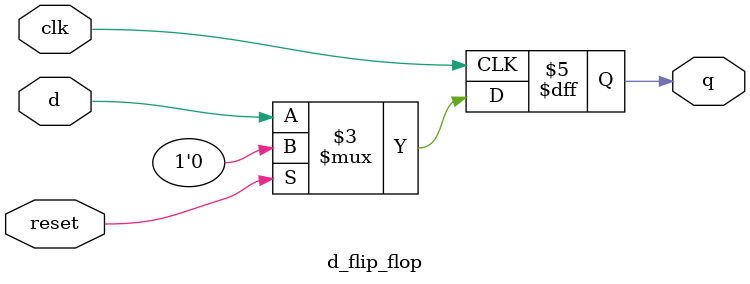
<source format=sv>
module d_flip_flop (
    input  logic clk,   // Clock input
    input  logic reset, // Synchronous reset
    input  logic d,     // Data input
    output logic q      // Data output
);
    // Synchronous process using always_ff
    always_ff @(posedge clk) begin
        if (reset)
            q <= 1'b0;  // Reset value
        else
            q <= d;     // Latch input data
    end
endmodule

</source>
